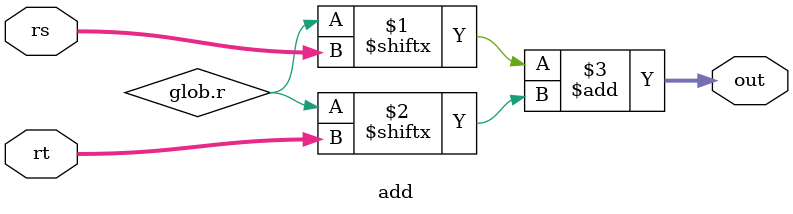
<source format=v>
module add(
  input[4:0] rs, rt,
  output[31:0] out
);

assign out = glob.r[rs] + glob.r[rt];

endmodule 
</source>
